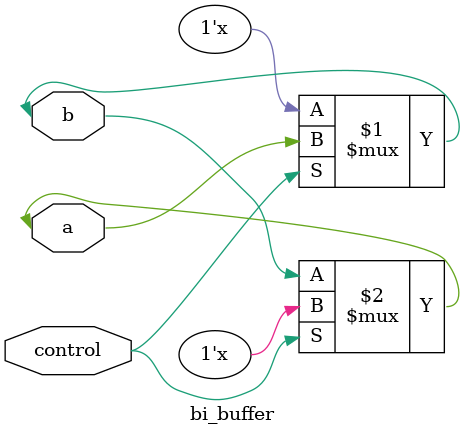
<source format=v>
module bi_buffer(a,b,control);
  
  input control;
  inout a,b;
  
bufif1 b1 (b,a,control);
bufif0 b2 (a,b,control);

endmodule
</source>
